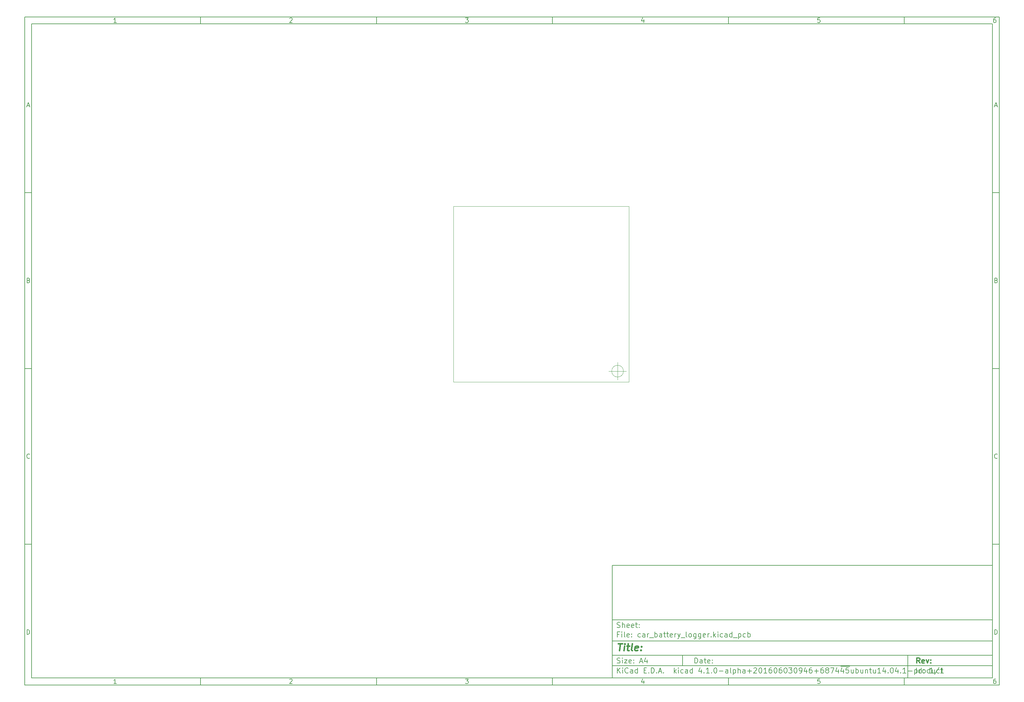
<source format=gbr>
G04 #@! TF.FileFunction,Other,User*
%FSLAX46Y46*%
G04 Gerber Fmt 4.6, Leading zero omitted, Abs format (unit mm)*
G04 Created by KiCad (PCBNEW 4.1.0-alpha+201606030946+6874~45~ubuntu14.04.1-product) date Sun Jul  3 18:53:08 2016*
%MOMM*%
%LPD*%
G01*
G04 APERTURE LIST*
%ADD10C,0.100000*%
%ADD11C,0.150000*%
%ADD12C,0.300000*%
%ADD13C,0.400000*%
G04 APERTURE END LIST*
D10*
D11*
X177002200Y-166007200D02*
X177002200Y-198007200D01*
X285002200Y-198007200D01*
X285002200Y-166007200D01*
X177002200Y-166007200D01*
D10*
D11*
X10000000Y-10000000D02*
X10000000Y-200007200D01*
X287002200Y-200007200D01*
X287002200Y-10000000D01*
X10000000Y-10000000D01*
D10*
D11*
X12000000Y-12000000D02*
X12000000Y-198007200D01*
X285002200Y-198007200D01*
X285002200Y-12000000D01*
X12000000Y-12000000D01*
D10*
D11*
X60000000Y-12000000D02*
X60000000Y-10000000D01*
D10*
D11*
X110000000Y-12000000D02*
X110000000Y-10000000D01*
D10*
D11*
X160000000Y-12000000D02*
X160000000Y-10000000D01*
D10*
D11*
X210000000Y-12000000D02*
X210000000Y-10000000D01*
D10*
D11*
X260000000Y-12000000D02*
X260000000Y-10000000D01*
D10*
D11*
X36065476Y-11588095D02*
X35322619Y-11588095D01*
X35694047Y-11588095D02*
X35694047Y-10288095D01*
X35570238Y-10473809D01*
X35446428Y-10597619D01*
X35322619Y-10659523D01*
D10*
D11*
X85322619Y-10411904D02*
X85384523Y-10350000D01*
X85508333Y-10288095D01*
X85817857Y-10288095D01*
X85941666Y-10350000D01*
X86003571Y-10411904D01*
X86065476Y-10535714D01*
X86065476Y-10659523D01*
X86003571Y-10845238D01*
X85260714Y-11588095D01*
X86065476Y-11588095D01*
D10*
D11*
X135260714Y-10288095D02*
X136065476Y-10288095D01*
X135632142Y-10783333D01*
X135817857Y-10783333D01*
X135941666Y-10845238D01*
X136003571Y-10907142D01*
X136065476Y-11030952D01*
X136065476Y-11340476D01*
X136003571Y-11464285D01*
X135941666Y-11526190D01*
X135817857Y-11588095D01*
X135446428Y-11588095D01*
X135322619Y-11526190D01*
X135260714Y-11464285D01*
D10*
D11*
X185941666Y-10721428D02*
X185941666Y-11588095D01*
X185632142Y-10226190D02*
X185322619Y-11154761D01*
X186127380Y-11154761D01*
D10*
D11*
X236003571Y-10288095D02*
X235384523Y-10288095D01*
X235322619Y-10907142D01*
X235384523Y-10845238D01*
X235508333Y-10783333D01*
X235817857Y-10783333D01*
X235941666Y-10845238D01*
X236003571Y-10907142D01*
X236065476Y-11030952D01*
X236065476Y-11340476D01*
X236003571Y-11464285D01*
X235941666Y-11526190D01*
X235817857Y-11588095D01*
X235508333Y-11588095D01*
X235384523Y-11526190D01*
X235322619Y-11464285D01*
D10*
D11*
X285941666Y-10288095D02*
X285694047Y-10288095D01*
X285570238Y-10350000D01*
X285508333Y-10411904D01*
X285384523Y-10597619D01*
X285322619Y-10845238D01*
X285322619Y-11340476D01*
X285384523Y-11464285D01*
X285446428Y-11526190D01*
X285570238Y-11588095D01*
X285817857Y-11588095D01*
X285941666Y-11526190D01*
X286003571Y-11464285D01*
X286065476Y-11340476D01*
X286065476Y-11030952D01*
X286003571Y-10907142D01*
X285941666Y-10845238D01*
X285817857Y-10783333D01*
X285570238Y-10783333D01*
X285446428Y-10845238D01*
X285384523Y-10907142D01*
X285322619Y-11030952D01*
D10*
D11*
X60000000Y-198007200D02*
X60000000Y-200007200D01*
D10*
D11*
X110000000Y-198007200D02*
X110000000Y-200007200D01*
D10*
D11*
X160000000Y-198007200D02*
X160000000Y-200007200D01*
D10*
D11*
X210000000Y-198007200D02*
X210000000Y-200007200D01*
D10*
D11*
X260000000Y-198007200D02*
X260000000Y-200007200D01*
D10*
D11*
X36065476Y-199595295D02*
X35322619Y-199595295D01*
X35694047Y-199595295D02*
X35694047Y-198295295D01*
X35570238Y-198481009D01*
X35446428Y-198604819D01*
X35322619Y-198666723D01*
D10*
D11*
X85322619Y-198419104D02*
X85384523Y-198357200D01*
X85508333Y-198295295D01*
X85817857Y-198295295D01*
X85941666Y-198357200D01*
X86003571Y-198419104D01*
X86065476Y-198542914D01*
X86065476Y-198666723D01*
X86003571Y-198852438D01*
X85260714Y-199595295D01*
X86065476Y-199595295D01*
D10*
D11*
X135260714Y-198295295D02*
X136065476Y-198295295D01*
X135632142Y-198790533D01*
X135817857Y-198790533D01*
X135941666Y-198852438D01*
X136003571Y-198914342D01*
X136065476Y-199038152D01*
X136065476Y-199347676D01*
X136003571Y-199471485D01*
X135941666Y-199533390D01*
X135817857Y-199595295D01*
X135446428Y-199595295D01*
X135322619Y-199533390D01*
X135260714Y-199471485D01*
D10*
D11*
X185941666Y-198728628D02*
X185941666Y-199595295D01*
X185632142Y-198233390D02*
X185322619Y-199161961D01*
X186127380Y-199161961D01*
D10*
D11*
X236003571Y-198295295D02*
X235384523Y-198295295D01*
X235322619Y-198914342D01*
X235384523Y-198852438D01*
X235508333Y-198790533D01*
X235817857Y-198790533D01*
X235941666Y-198852438D01*
X236003571Y-198914342D01*
X236065476Y-199038152D01*
X236065476Y-199347676D01*
X236003571Y-199471485D01*
X235941666Y-199533390D01*
X235817857Y-199595295D01*
X235508333Y-199595295D01*
X235384523Y-199533390D01*
X235322619Y-199471485D01*
D10*
D11*
X285941666Y-198295295D02*
X285694047Y-198295295D01*
X285570238Y-198357200D01*
X285508333Y-198419104D01*
X285384523Y-198604819D01*
X285322619Y-198852438D01*
X285322619Y-199347676D01*
X285384523Y-199471485D01*
X285446428Y-199533390D01*
X285570238Y-199595295D01*
X285817857Y-199595295D01*
X285941666Y-199533390D01*
X286003571Y-199471485D01*
X286065476Y-199347676D01*
X286065476Y-199038152D01*
X286003571Y-198914342D01*
X285941666Y-198852438D01*
X285817857Y-198790533D01*
X285570238Y-198790533D01*
X285446428Y-198852438D01*
X285384523Y-198914342D01*
X285322619Y-199038152D01*
D10*
D11*
X10000000Y-60000000D02*
X12000000Y-60000000D01*
D10*
D11*
X10000000Y-110000000D02*
X12000000Y-110000000D01*
D10*
D11*
X10000000Y-160000000D02*
X12000000Y-160000000D01*
D10*
D11*
X10690476Y-35216666D02*
X11309523Y-35216666D01*
X10566666Y-35588095D02*
X11000000Y-34288095D01*
X11433333Y-35588095D01*
D10*
D11*
X11092857Y-84907142D02*
X11278571Y-84969047D01*
X11340476Y-85030952D01*
X11402380Y-85154761D01*
X11402380Y-85340476D01*
X11340476Y-85464285D01*
X11278571Y-85526190D01*
X11154761Y-85588095D01*
X10659523Y-85588095D01*
X10659523Y-84288095D01*
X11092857Y-84288095D01*
X11216666Y-84350000D01*
X11278571Y-84411904D01*
X11340476Y-84535714D01*
X11340476Y-84659523D01*
X11278571Y-84783333D01*
X11216666Y-84845238D01*
X11092857Y-84907142D01*
X10659523Y-84907142D01*
D10*
D11*
X11402380Y-135464285D02*
X11340476Y-135526190D01*
X11154761Y-135588095D01*
X11030952Y-135588095D01*
X10845238Y-135526190D01*
X10721428Y-135402380D01*
X10659523Y-135278571D01*
X10597619Y-135030952D01*
X10597619Y-134845238D01*
X10659523Y-134597619D01*
X10721428Y-134473809D01*
X10845238Y-134350000D01*
X11030952Y-134288095D01*
X11154761Y-134288095D01*
X11340476Y-134350000D01*
X11402380Y-134411904D01*
D10*
D11*
X10659523Y-185588095D02*
X10659523Y-184288095D01*
X10969047Y-184288095D01*
X11154761Y-184350000D01*
X11278571Y-184473809D01*
X11340476Y-184597619D01*
X11402380Y-184845238D01*
X11402380Y-185030952D01*
X11340476Y-185278571D01*
X11278571Y-185402380D01*
X11154761Y-185526190D01*
X10969047Y-185588095D01*
X10659523Y-185588095D01*
D10*
D11*
X287002200Y-60000000D02*
X285002200Y-60000000D01*
D10*
D11*
X287002200Y-110000000D02*
X285002200Y-110000000D01*
D10*
D11*
X287002200Y-160000000D02*
X285002200Y-160000000D01*
D10*
D11*
X285692676Y-35216666D02*
X286311723Y-35216666D01*
X285568866Y-35588095D02*
X286002200Y-34288095D01*
X286435533Y-35588095D01*
D10*
D11*
X286095057Y-84907142D02*
X286280771Y-84969047D01*
X286342676Y-85030952D01*
X286404580Y-85154761D01*
X286404580Y-85340476D01*
X286342676Y-85464285D01*
X286280771Y-85526190D01*
X286156961Y-85588095D01*
X285661723Y-85588095D01*
X285661723Y-84288095D01*
X286095057Y-84288095D01*
X286218866Y-84350000D01*
X286280771Y-84411904D01*
X286342676Y-84535714D01*
X286342676Y-84659523D01*
X286280771Y-84783333D01*
X286218866Y-84845238D01*
X286095057Y-84907142D01*
X285661723Y-84907142D01*
D10*
D11*
X286404580Y-135464285D02*
X286342676Y-135526190D01*
X286156961Y-135588095D01*
X286033152Y-135588095D01*
X285847438Y-135526190D01*
X285723628Y-135402380D01*
X285661723Y-135278571D01*
X285599819Y-135030952D01*
X285599819Y-134845238D01*
X285661723Y-134597619D01*
X285723628Y-134473809D01*
X285847438Y-134350000D01*
X286033152Y-134288095D01*
X286156961Y-134288095D01*
X286342676Y-134350000D01*
X286404580Y-134411904D01*
D10*
D11*
X285661723Y-185588095D02*
X285661723Y-184288095D01*
X285971247Y-184288095D01*
X286156961Y-184350000D01*
X286280771Y-184473809D01*
X286342676Y-184597619D01*
X286404580Y-184845238D01*
X286404580Y-185030952D01*
X286342676Y-185278571D01*
X286280771Y-185402380D01*
X286156961Y-185526190D01*
X285971247Y-185588095D01*
X285661723Y-185588095D01*
D10*
D11*
X200434342Y-193785771D02*
X200434342Y-192285771D01*
X200791485Y-192285771D01*
X201005771Y-192357200D01*
X201148628Y-192500057D01*
X201220057Y-192642914D01*
X201291485Y-192928628D01*
X201291485Y-193142914D01*
X201220057Y-193428628D01*
X201148628Y-193571485D01*
X201005771Y-193714342D01*
X200791485Y-193785771D01*
X200434342Y-193785771D01*
X202577200Y-193785771D02*
X202577200Y-193000057D01*
X202505771Y-192857200D01*
X202362914Y-192785771D01*
X202077200Y-192785771D01*
X201934342Y-192857200D01*
X202577200Y-193714342D02*
X202434342Y-193785771D01*
X202077200Y-193785771D01*
X201934342Y-193714342D01*
X201862914Y-193571485D01*
X201862914Y-193428628D01*
X201934342Y-193285771D01*
X202077200Y-193214342D01*
X202434342Y-193214342D01*
X202577200Y-193142914D01*
X203077200Y-192785771D02*
X203648628Y-192785771D01*
X203291485Y-192285771D02*
X203291485Y-193571485D01*
X203362914Y-193714342D01*
X203505771Y-193785771D01*
X203648628Y-193785771D01*
X204720057Y-193714342D02*
X204577200Y-193785771D01*
X204291485Y-193785771D01*
X204148628Y-193714342D01*
X204077200Y-193571485D01*
X204077200Y-193000057D01*
X204148628Y-192857200D01*
X204291485Y-192785771D01*
X204577200Y-192785771D01*
X204720057Y-192857200D01*
X204791485Y-193000057D01*
X204791485Y-193142914D01*
X204077200Y-193285771D01*
X205434342Y-193642914D02*
X205505771Y-193714342D01*
X205434342Y-193785771D01*
X205362914Y-193714342D01*
X205434342Y-193642914D01*
X205434342Y-193785771D01*
X205434342Y-192857200D02*
X205505771Y-192928628D01*
X205434342Y-193000057D01*
X205362914Y-192928628D01*
X205434342Y-192857200D01*
X205434342Y-193000057D01*
D10*
D11*
X177002200Y-194507200D02*
X285002200Y-194507200D01*
D10*
D11*
X178434342Y-196585771D02*
X178434342Y-195085771D01*
X179291485Y-196585771D02*
X178648628Y-195728628D01*
X179291485Y-195085771D02*
X178434342Y-195942914D01*
X179934342Y-196585771D02*
X179934342Y-195585771D01*
X179934342Y-195085771D02*
X179862914Y-195157200D01*
X179934342Y-195228628D01*
X180005771Y-195157200D01*
X179934342Y-195085771D01*
X179934342Y-195228628D01*
X181505771Y-196442914D02*
X181434342Y-196514342D01*
X181220057Y-196585771D01*
X181077200Y-196585771D01*
X180862914Y-196514342D01*
X180720057Y-196371485D01*
X180648628Y-196228628D01*
X180577200Y-195942914D01*
X180577200Y-195728628D01*
X180648628Y-195442914D01*
X180720057Y-195300057D01*
X180862914Y-195157200D01*
X181077200Y-195085771D01*
X181220057Y-195085771D01*
X181434342Y-195157200D01*
X181505771Y-195228628D01*
X182791485Y-196585771D02*
X182791485Y-195800057D01*
X182720057Y-195657200D01*
X182577200Y-195585771D01*
X182291485Y-195585771D01*
X182148628Y-195657200D01*
X182791485Y-196514342D02*
X182648628Y-196585771D01*
X182291485Y-196585771D01*
X182148628Y-196514342D01*
X182077200Y-196371485D01*
X182077200Y-196228628D01*
X182148628Y-196085771D01*
X182291485Y-196014342D01*
X182648628Y-196014342D01*
X182791485Y-195942914D01*
X184148628Y-196585771D02*
X184148628Y-195085771D01*
X184148628Y-196514342D02*
X184005771Y-196585771D01*
X183720057Y-196585771D01*
X183577200Y-196514342D01*
X183505771Y-196442914D01*
X183434342Y-196300057D01*
X183434342Y-195871485D01*
X183505771Y-195728628D01*
X183577200Y-195657200D01*
X183720057Y-195585771D01*
X184005771Y-195585771D01*
X184148628Y-195657200D01*
X186005771Y-195800057D02*
X186505771Y-195800057D01*
X186720057Y-196585771D02*
X186005771Y-196585771D01*
X186005771Y-195085771D01*
X186720057Y-195085771D01*
X187362914Y-196442914D02*
X187434342Y-196514342D01*
X187362914Y-196585771D01*
X187291485Y-196514342D01*
X187362914Y-196442914D01*
X187362914Y-196585771D01*
X188077200Y-196585771D02*
X188077200Y-195085771D01*
X188434342Y-195085771D01*
X188648628Y-195157200D01*
X188791485Y-195300057D01*
X188862914Y-195442914D01*
X188934342Y-195728628D01*
X188934342Y-195942914D01*
X188862914Y-196228628D01*
X188791485Y-196371485D01*
X188648628Y-196514342D01*
X188434342Y-196585771D01*
X188077200Y-196585771D01*
X189577200Y-196442914D02*
X189648628Y-196514342D01*
X189577200Y-196585771D01*
X189505771Y-196514342D01*
X189577200Y-196442914D01*
X189577200Y-196585771D01*
X190220057Y-196157200D02*
X190934342Y-196157200D01*
X190077200Y-196585771D02*
X190577200Y-195085771D01*
X191077200Y-196585771D01*
X191577200Y-196442914D02*
X191648628Y-196514342D01*
X191577200Y-196585771D01*
X191505771Y-196514342D01*
X191577200Y-196442914D01*
X191577200Y-196585771D01*
X194577200Y-196585771D02*
X194577200Y-195085771D01*
X194720057Y-196014342D02*
X195148628Y-196585771D01*
X195148628Y-195585771D02*
X194577200Y-196157200D01*
X195791485Y-196585771D02*
X195791485Y-195585771D01*
X195791485Y-195085771D02*
X195720057Y-195157200D01*
X195791485Y-195228628D01*
X195862914Y-195157200D01*
X195791485Y-195085771D01*
X195791485Y-195228628D01*
X197148628Y-196514342D02*
X197005771Y-196585771D01*
X196720057Y-196585771D01*
X196577200Y-196514342D01*
X196505771Y-196442914D01*
X196434342Y-196300057D01*
X196434342Y-195871485D01*
X196505771Y-195728628D01*
X196577200Y-195657200D01*
X196720057Y-195585771D01*
X197005771Y-195585771D01*
X197148628Y-195657200D01*
X198434342Y-196585771D02*
X198434342Y-195800057D01*
X198362914Y-195657200D01*
X198220057Y-195585771D01*
X197934342Y-195585771D01*
X197791485Y-195657200D01*
X198434342Y-196514342D02*
X198291485Y-196585771D01*
X197934342Y-196585771D01*
X197791485Y-196514342D01*
X197720057Y-196371485D01*
X197720057Y-196228628D01*
X197791485Y-196085771D01*
X197934342Y-196014342D01*
X198291485Y-196014342D01*
X198434342Y-195942914D01*
X199791485Y-196585771D02*
X199791485Y-195085771D01*
X199791485Y-196514342D02*
X199648628Y-196585771D01*
X199362914Y-196585771D01*
X199220057Y-196514342D01*
X199148628Y-196442914D01*
X199077200Y-196300057D01*
X199077200Y-195871485D01*
X199148628Y-195728628D01*
X199220057Y-195657200D01*
X199362914Y-195585771D01*
X199648628Y-195585771D01*
X199791485Y-195657200D01*
X202291485Y-195585771D02*
X202291485Y-196585771D01*
X201934342Y-195014342D02*
X201577200Y-196085771D01*
X202505771Y-196085771D01*
X203077200Y-196442914D02*
X203148628Y-196514342D01*
X203077200Y-196585771D01*
X203005771Y-196514342D01*
X203077200Y-196442914D01*
X203077200Y-196585771D01*
X204577200Y-196585771D02*
X203720057Y-196585771D01*
X204148628Y-196585771D02*
X204148628Y-195085771D01*
X204005771Y-195300057D01*
X203862914Y-195442914D01*
X203720057Y-195514342D01*
X205220057Y-196442914D02*
X205291485Y-196514342D01*
X205220057Y-196585771D01*
X205148628Y-196514342D01*
X205220057Y-196442914D01*
X205220057Y-196585771D01*
X206220057Y-195085771D02*
X206362914Y-195085771D01*
X206505771Y-195157200D01*
X206577200Y-195228628D01*
X206648628Y-195371485D01*
X206720057Y-195657200D01*
X206720057Y-196014342D01*
X206648628Y-196300057D01*
X206577200Y-196442914D01*
X206505771Y-196514342D01*
X206362914Y-196585771D01*
X206220057Y-196585771D01*
X206077200Y-196514342D01*
X206005771Y-196442914D01*
X205934342Y-196300057D01*
X205862914Y-196014342D01*
X205862914Y-195657200D01*
X205934342Y-195371485D01*
X206005771Y-195228628D01*
X206077200Y-195157200D01*
X206220057Y-195085771D01*
X207362914Y-196014342D02*
X208505771Y-196014342D01*
X209862914Y-196585771D02*
X209862914Y-195800057D01*
X209791485Y-195657200D01*
X209648628Y-195585771D01*
X209362914Y-195585771D01*
X209220057Y-195657200D01*
X209862914Y-196514342D02*
X209720057Y-196585771D01*
X209362914Y-196585771D01*
X209220057Y-196514342D01*
X209148628Y-196371485D01*
X209148628Y-196228628D01*
X209220057Y-196085771D01*
X209362914Y-196014342D01*
X209720057Y-196014342D01*
X209862914Y-195942914D01*
X210791485Y-196585771D02*
X210648628Y-196514342D01*
X210577200Y-196371485D01*
X210577200Y-195085771D01*
X211362914Y-195585771D02*
X211362914Y-197085771D01*
X211362914Y-195657200D02*
X211505771Y-195585771D01*
X211791485Y-195585771D01*
X211934342Y-195657200D01*
X212005771Y-195728628D01*
X212077200Y-195871485D01*
X212077200Y-196300057D01*
X212005771Y-196442914D01*
X211934342Y-196514342D01*
X211791485Y-196585771D01*
X211505771Y-196585771D01*
X211362914Y-196514342D01*
X212720057Y-196585771D02*
X212720057Y-195085771D01*
X213362914Y-196585771D02*
X213362914Y-195800057D01*
X213291485Y-195657200D01*
X213148628Y-195585771D01*
X212934342Y-195585771D01*
X212791485Y-195657200D01*
X212720057Y-195728628D01*
X214720057Y-196585771D02*
X214720057Y-195800057D01*
X214648628Y-195657200D01*
X214505771Y-195585771D01*
X214220057Y-195585771D01*
X214077200Y-195657200D01*
X214720057Y-196514342D02*
X214577200Y-196585771D01*
X214220057Y-196585771D01*
X214077200Y-196514342D01*
X214005771Y-196371485D01*
X214005771Y-196228628D01*
X214077200Y-196085771D01*
X214220057Y-196014342D01*
X214577200Y-196014342D01*
X214720057Y-195942914D01*
X215434342Y-196014342D02*
X216577200Y-196014342D01*
X216005771Y-196585771D02*
X216005771Y-195442914D01*
X217220057Y-195228628D02*
X217291485Y-195157200D01*
X217434342Y-195085771D01*
X217791485Y-195085771D01*
X217934342Y-195157200D01*
X218005771Y-195228628D01*
X218077200Y-195371485D01*
X218077200Y-195514342D01*
X218005771Y-195728628D01*
X217148628Y-196585771D01*
X218077200Y-196585771D01*
X219005771Y-195085771D02*
X219148628Y-195085771D01*
X219291485Y-195157200D01*
X219362914Y-195228628D01*
X219434342Y-195371485D01*
X219505771Y-195657200D01*
X219505771Y-196014342D01*
X219434342Y-196300057D01*
X219362914Y-196442914D01*
X219291485Y-196514342D01*
X219148628Y-196585771D01*
X219005771Y-196585771D01*
X218862914Y-196514342D01*
X218791485Y-196442914D01*
X218720057Y-196300057D01*
X218648628Y-196014342D01*
X218648628Y-195657200D01*
X218720057Y-195371485D01*
X218791485Y-195228628D01*
X218862914Y-195157200D01*
X219005771Y-195085771D01*
X220934342Y-196585771D02*
X220077200Y-196585771D01*
X220505771Y-196585771D02*
X220505771Y-195085771D01*
X220362914Y-195300057D01*
X220220057Y-195442914D01*
X220077200Y-195514342D01*
X222220057Y-195085771D02*
X221934342Y-195085771D01*
X221791485Y-195157200D01*
X221720057Y-195228628D01*
X221577200Y-195442914D01*
X221505771Y-195728628D01*
X221505771Y-196300057D01*
X221577200Y-196442914D01*
X221648628Y-196514342D01*
X221791485Y-196585771D01*
X222077200Y-196585771D01*
X222220057Y-196514342D01*
X222291485Y-196442914D01*
X222362914Y-196300057D01*
X222362914Y-195942914D01*
X222291485Y-195800057D01*
X222220057Y-195728628D01*
X222077200Y-195657200D01*
X221791485Y-195657200D01*
X221648628Y-195728628D01*
X221577200Y-195800057D01*
X221505771Y-195942914D01*
X223291485Y-195085771D02*
X223434342Y-195085771D01*
X223577200Y-195157200D01*
X223648628Y-195228628D01*
X223720057Y-195371485D01*
X223791485Y-195657200D01*
X223791485Y-196014342D01*
X223720057Y-196300057D01*
X223648628Y-196442914D01*
X223577200Y-196514342D01*
X223434342Y-196585771D01*
X223291485Y-196585771D01*
X223148628Y-196514342D01*
X223077200Y-196442914D01*
X223005771Y-196300057D01*
X222934342Y-196014342D01*
X222934342Y-195657200D01*
X223005771Y-195371485D01*
X223077200Y-195228628D01*
X223148628Y-195157200D01*
X223291485Y-195085771D01*
X225077200Y-195085771D02*
X224791485Y-195085771D01*
X224648628Y-195157200D01*
X224577200Y-195228628D01*
X224434342Y-195442914D01*
X224362914Y-195728628D01*
X224362914Y-196300057D01*
X224434342Y-196442914D01*
X224505771Y-196514342D01*
X224648628Y-196585771D01*
X224934342Y-196585771D01*
X225077200Y-196514342D01*
X225148628Y-196442914D01*
X225220057Y-196300057D01*
X225220057Y-195942914D01*
X225148628Y-195800057D01*
X225077200Y-195728628D01*
X224934342Y-195657200D01*
X224648628Y-195657200D01*
X224505771Y-195728628D01*
X224434342Y-195800057D01*
X224362914Y-195942914D01*
X226148628Y-195085771D02*
X226291485Y-195085771D01*
X226434342Y-195157200D01*
X226505771Y-195228628D01*
X226577200Y-195371485D01*
X226648628Y-195657200D01*
X226648628Y-196014342D01*
X226577200Y-196300057D01*
X226505771Y-196442914D01*
X226434342Y-196514342D01*
X226291485Y-196585771D01*
X226148628Y-196585771D01*
X226005771Y-196514342D01*
X225934342Y-196442914D01*
X225862914Y-196300057D01*
X225791485Y-196014342D01*
X225791485Y-195657200D01*
X225862914Y-195371485D01*
X225934342Y-195228628D01*
X226005771Y-195157200D01*
X226148628Y-195085771D01*
X227148628Y-195085771D02*
X228077200Y-195085771D01*
X227577200Y-195657200D01*
X227791485Y-195657200D01*
X227934342Y-195728628D01*
X228005771Y-195800057D01*
X228077200Y-195942914D01*
X228077200Y-196300057D01*
X228005771Y-196442914D01*
X227934342Y-196514342D01*
X227791485Y-196585771D01*
X227362914Y-196585771D01*
X227220057Y-196514342D01*
X227148628Y-196442914D01*
X229005771Y-195085771D02*
X229148628Y-195085771D01*
X229291485Y-195157200D01*
X229362914Y-195228628D01*
X229434342Y-195371485D01*
X229505771Y-195657200D01*
X229505771Y-196014342D01*
X229434342Y-196300057D01*
X229362914Y-196442914D01*
X229291485Y-196514342D01*
X229148628Y-196585771D01*
X229005771Y-196585771D01*
X228862914Y-196514342D01*
X228791485Y-196442914D01*
X228720057Y-196300057D01*
X228648628Y-196014342D01*
X228648628Y-195657200D01*
X228720057Y-195371485D01*
X228791485Y-195228628D01*
X228862914Y-195157200D01*
X229005771Y-195085771D01*
X230220057Y-196585771D02*
X230505771Y-196585771D01*
X230648628Y-196514342D01*
X230720057Y-196442914D01*
X230862914Y-196228628D01*
X230934342Y-195942914D01*
X230934342Y-195371485D01*
X230862914Y-195228628D01*
X230791485Y-195157200D01*
X230648628Y-195085771D01*
X230362914Y-195085771D01*
X230220057Y-195157200D01*
X230148628Y-195228628D01*
X230077199Y-195371485D01*
X230077199Y-195728628D01*
X230148628Y-195871485D01*
X230220057Y-195942914D01*
X230362914Y-196014342D01*
X230648628Y-196014342D01*
X230791485Y-195942914D01*
X230862914Y-195871485D01*
X230934342Y-195728628D01*
X232220057Y-195585771D02*
X232220057Y-196585771D01*
X231862914Y-195014342D02*
X231505771Y-196085771D01*
X232434342Y-196085771D01*
X233648628Y-195085771D02*
X233362914Y-195085771D01*
X233220057Y-195157200D01*
X233148628Y-195228628D01*
X233005771Y-195442914D01*
X232934342Y-195728628D01*
X232934342Y-196300057D01*
X233005771Y-196442914D01*
X233077199Y-196514342D01*
X233220057Y-196585771D01*
X233505771Y-196585771D01*
X233648628Y-196514342D01*
X233720057Y-196442914D01*
X233791485Y-196300057D01*
X233791485Y-195942914D01*
X233720057Y-195800057D01*
X233648628Y-195728628D01*
X233505771Y-195657200D01*
X233220057Y-195657200D01*
X233077199Y-195728628D01*
X233005771Y-195800057D01*
X232934342Y-195942914D01*
X234434342Y-196014342D02*
X235577199Y-196014342D01*
X235005771Y-196585771D02*
X235005771Y-195442914D01*
X236934342Y-195085771D02*
X236648628Y-195085771D01*
X236505771Y-195157200D01*
X236434342Y-195228628D01*
X236291485Y-195442914D01*
X236220057Y-195728628D01*
X236220057Y-196300057D01*
X236291485Y-196442914D01*
X236362914Y-196514342D01*
X236505771Y-196585771D01*
X236791485Y-196585771D01*
X236934342Y-196514342D01*
X237005771Y-196442914D01*
X237077199Y-196300057D01*
X237077199Y-195942914D01*
X237005771Y-195800057D01*
X236934342Y-195728628D01*
X236791485Y-195657200D01*
X236505771Y-195657200D01*
X236362914Y-195728628D01*
X236291485Y-195800057D01*
X236220057Y-195942914D01*
X237934342Y-195728628D02*
X237791485Y-195657200D01*
X237720057Y-195585771D01*
X237648628Y-195442914D01*
X237648628Y-195371485D01*
X237720057Y-195228628D01*
X237791485Y-195157200D01*
X237934342Y-195085771D01*
X238220057Y-195085771D01*
X238362914Y-195157200D01*
X238434342Y-195228628D01*
X238505771Y-195371485D01*
X238505771Y-195442914D01*
X238434342Y-195585771D01*
X238362914Y-195657200D01*
X238220057Y-195728628D01*
X237934342Y-195728628D01*
X237791485Y-195800057D01*
X237720057Y-195871485D01*
X237648628Y-196014342D01*
X237648628Y-196300057D01*
X237720057Y-196442914D01*
X237791485Y-196514342D01*
X237934342Y-196585771D01*
X238220057Y-196585771D01*
X238362914Y-196514342D01*
X238434342Y-196442914D01*
X238505771Y-196300057D01*
X238505771Y-196014342D01*
X238434342Y-195871485D01*
X238362914Y-195800057D01*
X238220057Y-195728628D01*
X239005771Y-195085771D02*
X240005771Y-195085771D01*
X239362914Y-196585771D01*
X241220057Y-195585771D02*
X241220057Y-196585771D01*
X240862914Y-195014342D02*
X240505771Y-196085771D01*
X241434342Y-196085771D01*
X241896128Y-194677200D02*
X243077199Y-194677200D01*
X242648628Y-195585771D02*
X242648628Y-196585771D01*
X242291485Y-195014342D02*
X241934342Y-196085771D01*
X242862914Y-196085771D01*
X243077199Y-194677200D02*
X244505771Y-194677200D01*
X244148628Y-195085771D02*
X243434342Y-195085771D01*
X243362914Y-195800057D01*
X243434342Y-195728628D01*
X243577199Y-195657200D01*
X243934342Y-195657200D01*
X244077199Y-195728628D01*
X244148628Y-195800057D01*
X244220057Y-195942914D01*
X244220057Y-196300057D01*
X244148628Y-196442914D01*
X244077199Y-196514342D01*
X243934342Y-196585771D01*
X243577199Y-196585771D01*
X243434342Y-196514342D01*
X243362914Y-196442914D01*
X245505771Y-195585771D02*
X245505771Y-196585771D01*
X244862914Y-195585771D02*
X244862914Y-196371485D01*
X244934342Y-196514342D01*
X245077199Y-196585771D01*
X245291485Y-196585771D01*
X245434342Y-196514342D01*
X245505771Y-196442914D01*
X246220057Y-196585771D02*
X246220057Y-195085771D01*
X246220057Y-195657200D02*
X246362914Y-195585771D01*
X246648628Y-195585771D01*
X246791485Y-195657200D01*
X246862914Y-195728628D01*
X246934342Y-195871485D01*
X246934342Y-196300057D01*
X246862914Y-196442914D01*
X246791485Y-196514342D01*
X246648628Y-196585771D01*
X246362914Y-196585771D01*
X246220057Y-196514342D01*
X248220057Y-195585771D02*
X248220057Y-196585771D01*
X247577199Y-195585771D02*
X247577199Y-196371485D01*
X247648628Y-196514342D01*
X247791485Y-196585771D01*
X248005771Y-196585771D01*
X248148628Y-196514342D01*
X248220057Y-196442914D01*
X248934342Y-195585771D02*
X248934342Y-196585771D01*
X248934342Y-195728628D02*
X249005771Y-195657200D01*
X249148628Y-195585771D01*
X249362914Y-195585771D01*
X249505771Y-195657200D01*
X249577199Y-195800057D01*
X249577199Y-196585771D01*
X250077199Y-195585771D02*
X250648628Y-195585771D01*
X250291485Y-195085771D02*
X250291485Y-196371485D01*
X250362914Y-196514342D01*
X250505771Y-196585771D01*
X250648628Y-196585771D01*
X251791485Y-195585771D02*
X251791485Y-196585771D01*
X251148628Y-195585771D02*
X251148628Y-196371485D01*
X251220057Y-196514342D01*
X251362914Y-196585771D01*
X251577199Y-196585771D01*
X251720057Y-196514342D01*
X251791485Y-196442914D01*
X253291485Y-196585771D02*
X252434342Y-196585771D01*
X252862914Y-196585771D02*
X252862914Y-195085771D01*
X252720057Y-195300057D01*
X252577199Y-195442914D01*
X252434342Y-195514342D01*
X254577199Y-195585771D02*
X254577199Y-196585771D01*
X254220057Y-195014342D02*
X253862914Y-196085771D01*
X254791485Y-196085771D01*
X255362914Y-196442914D02*
X255434342Y-196514342D01*
X255362914Y-196585771D01*
X255291485Y-196514342D01*
X255362914Y-196442914D01*
X255362914Y-196585771D01*
X256362914Y-195085771D02*
X256505771Y-195085771D01*
X256648628Y-195157200D01*
X256720057Y-195228628D01*
X256791485Y-195371485D01*
X256862914Y-195657200D01*
X256862914Y-196014342D01*
X256791485Y-196300057D01*
X256720057Y-196442914D01*
X256648628Y-196514342D01*
X256505771Y-196585771D01*
X256362914Y-196585771D01*
X256220057Y-196514342D01*
X256148628Y-196442914D01*
X256077199Y-196300057D01*
X256005771Y-196014342D01*
X256005771Y-195657200D01*
X256077199Y-195371485D01*
X256148628Y-195228628D01*
X256220057Y-195157200D01*
X256362914Y-195085771D01*
X258148628Y-195585771D02*
X258148628Y-196585771D01*
X257791485Y-195014342D02*
X257434342Y-196085771D01*
X258362914Y-196085771D01*
X258934342Y-196442914D02*
X259005771Y-196514342D01*
X258934342Y-196585771D01*
X258862914Y-196514342D01*
X258934342Y-196442914D01*
X258934342Y-196585771D01*
X260434342Y-196585771D02*
X259577199Y-196585771D01*
X260005771Y-196585771D02*
X260005771Y-195085771D01*
X259862914Y-195300057D01*
X259720057Y-195442914D01*
X259577199Y-195514342D01*
X261077199Y-196014342D02*
X262220057Y-196014342D01*
X262934342Y-195585771D02*
X262934342Y-197085771D01*
X262934342Y-195657200D02*
X263077199Y-195585771D01*
X263362914Y-195585771D01*
X263505771Y-195657200D01*
X263577199Y-195728628D01*
X263648628Y-195871485D01*
X263648628Y-196300057D01*
X263577199Y-196442914D01*
X263505771Y-196514342D01*
X263362914Y-196585771D01*
X263077199Y-196585771D01*
X262934342Y-196514342D01*
X264291485Y-196585771D02*
X264291485Y-195585771D01*
X264291485Y-195871485D02*
X264362914Y-195728628D01*
X264434342Y-195657200D01*
X264577199Y-195585771D01*
X264720057Y-195585771D01*
X265434342Y-196585771D02*
X265291485Y-196514342D01*
X265220057Y-196442914D01*
X265148628Y-196300057D01*
X265148628Y-195871485D01*
X265220057Y-195728628D01*
X265291485Y-195657200D01*
X265434342Y-195585771D01*
X265648628Y-195585771D01*
X265791485Y-195657200D01*
X265862914Y-195728628D01*
X265934342Y-195871485D01*
X265934342Y-196300057D01*
X265862914Y-196442914D01*
X265791485Y-196514342D01*
X265648628Y-196585771D01*
X265434342Y-196585771D01*
X267220057Y-196585771D02*
X267220057Y-195085771D01*
X267220057Y-196514342D02*
X267077199Y-196585771D01*
X266791485Y-196585771D01*
X266648628Y-196514342D01*
X266577199Y-196442914D01*
X266505771Y-196300057D01*
X266505771Y-195871485D01*
X266577199Y-195728628D01*
X266648628Y-195657200D01*
X266791485Y-195585771D01*
X267077199Y-195585771D01*
X267220057Y-195657200D01*
X268577199Y-195585771D02*
X268577199Y-196585771D01*
X267934342Y-195585771D02*
X267934342Y-196371485D01*
X268005771Y-196514342D01*
X268148628Y-196585771D01*
X268362914Y-196585771D01*
X268505771Y-196514342D01*
X268577199Y-196442914D01*
X269934342Y-196514342D02*
X269791485Y-196585771D01*
X269505771Y-196585771D01*
X269362914Y-196514342D01*
X269291485Y-196442914D01*
X269220057Y-196300057D01*
X269220057Y-195871485D01*
X269291485Y-195728628D01*
X269362914Y-195657200D01*
X269505771Y-195585771D01*
X269791485Y-195585771D01*
X269934342Y-195657200D01*
X270362914Y-195585771D02*
X270934342Y-195585771D01*
X270577199Y-195085771D02*
X270577199Y-196371485D01*
X270648628Y-196514342D01*
X270791485Y-196585771D01*
X270934342Y-196585771D01*
D10*
D11*
X177002200Y-191507200D02*
X285002200Y-191507200D01*
D10*
D12*
X264411485Y-193785771D02*
X263911485Y-193071485D01*
X263554342Y-193785771D02*
X263554342Y-192285771D01*
X264125771Y-192285771D01*
X264268628Y-192357200D01*
X264340057Y-192428628D01*
X264411485Y-192571485D01*
X264411485Y-192785771D01*
X264340057Y-192928628D01*
X264268628Y-193000057D01*
X264125771Y-193071485D01*
X263554342Y-193071485D01*
X265625771Y-193714342D02*
X265482914Y-193785771D01*
X265197200Y-193785771D01*
X265054342Y-193714342D01*
X264982914Y-193571485D01*
X264982914Y-193000057D01*
X265054342Y-192857200D01*
X265197200Y-192785771D01*
X265482914Y-192785771D01*
X265625771Y-192857200D01*
X265697200Y-193000057D01*
X265697200Y-193142914D01*
X264982914Y-193285771D01*
X266197200Y-192785771D02*
X266554342Y-193785771D01*
X266911485Y-192785771D01*
X267482914Y-193642914D02*
X267554342Y-193714342D01*
X267482914Y-193785771D01*
X267411485Y-193714342D01*
X267482914Y-193642914D01*
X267482914Y-193785771D01*
X267482914Y-192857200D02*
X267554342Y-192928628D01*
X267482914Y-193000057D01*
X267411485Y-192928628D01*
X267482914Y-192857200D01*
X267482914Y-193000057D01*
D10*
D11*
X178362914Y-193714342D02*
X178577200Y-193785771D01*
X178934342Y-193785771D01*
X179077200Y-193714342D01*
X179148628Y-193642914D01*
X179220057Y-193500057D01*
X179220057Y-193357200D01*
X179148628Y-193214342D01*
X179077200Y-193142914D01*
X178934342Y-193071485D01*
X178648628Y-193000057D01*
X178505771Y-192928628D01*
X178434342Y-192857200D01*
X178362914Y-192714342D01*
X178362914Y-192571485D01*
X178434342Y-192428628D01*
X178505771Y-192357200D01*
X178648628Y-192285771D01*
X179005771Y-192285771D01*
X179220057Y-192357200D01*
X179862914Y-193785771D02*
X179862914Y-192785771D01*
X179862914Y-192285771D02*
X179791485Y-192357200D01*
X179862914Y-192428628D01*
X179934342Y-192357200D01*
X179862914Y-192285771D01*
X179862914Y-192428628D01*
X180434342Y-192785771D02*
X181220057Y-192785771D01*
X180434342Y-193785771D01*
X181220057Y-193785771D01*
X182362914Y-193714342D02*
X182220057Y-193785771D01*
X181934342Y-193785771D01*
X181791485Y-193714342D01*
X181720057Y-193571485D01*
X181720057Y-193000057D01*
X181791485Y-192857200D01*
X181934342Y-192785771D01*
X182220057Y-192785771D01*
X182362914Y-192857200D01*
X182434342Y-193000057D01*
X182434342Y-193142914D01*
X181720057Y-193285771D01*
X183077200Y-193642914D02*
X183148628Y-193714342D01*
X183077200Y-193785771D01*
X183005771Y-193714342D01*
X183077200Y-193642914D01*
X183077200Y-193785771D01*
X183077200Y-192857200D02*
X183148628Y-192928628D01*
X183077200Y-193000057D01*
X183005771Y-192928628D01*
X183077200Y-192857200D01*
X183077200Y-193000057D01*
X184862914Y-193357200D02*
X185577200Y-193357200D01*
X184720057Y-193785771D02*
X185220057Y-192285771D01*
X185720057Y-193785771D01*
X186862914Y-192785771D02*
X186862914Y-193785771D01*
X186505771Y-192214342D02*
X186148628Y-193285771D01*
X187077200Y-193285771D01*
D10*
D11*
X263434342Y-196585771D02*
X263434342Y-195085771D01*
X264791485Y-196585771D02*
X264791485Y-195085771D01*
X264791485Y-196514342D02*
X264648628Y-196585771D01*
X264362914Y-196585771D01*
X264220057Y-196514342D01*
X264148628Y-196442914D01*
X264077200Y-196300057D01*
X264077200Y-195871485D01*
X264148628Y-195728628D01*
X264220057Y-195657200D01*
X264362914Y-195585771D01*
X264648628Y-195585771D01*
X264791485Y-195657200D01*
X265505771Y-196442914D02*
X265577200Y-196514342D01*
X265505771Y-196585771D01*
X265434342Y-196514342D01*
X265505771Y-196442914D01*
X265505771Y-196585771D01*
X265505771Y-195657200D02*
X265577200Y-195728628D01*
X265505771Y-195800057D01*
X265434342Y-195728628D01*
X265505771Y-195657200D01*
X265505771Y-195800057D01*
X268148628Y-196585771D02*
X267291485Y-196585771D01*
X267720057Y-196585771D02*
X267720057Y-195085771D01*
X267577200Y-195300057D01*
X267434342Y-195442914D01*
X267291485Y-195514342D01*
X269862914Y-195014342D02*
X268577200Y-196942914D01*
X271148628Y-196585771D02*
X270291485Y-196585771D01*
X270720057Y-196585771D02*
X270720057Y-195085771D01*
X270577200Y-195300057D01*
X270434342Y-195442914D01*
X270291485Y-195514342D01*
D10*
D11*
X177002200Y-187507200D02*
X285002200Y-187507200D01*
D10*
D13*
X178714580Y-188211961D02*
X179857438Y-188211961D01*
X179036009Y-190211961D02*
X179286009Y-188211961D01*
X180274104Y-190211961D02*
X180440771Y-188878628D01*
X180524104Y-188211961D02*
X180416961Y-188307200D01*
X180500295Y-188402438D01*
X180607438Y-188307200D01*
X180524104Y-188211961D01*
X180500295Y-188402438D01*
X181107438Y-188878628D02*
X181869342Y-188878628D01*
X181476485Y-188211961D02*
X181262200Y-189926247D01*
X181333628Y-190116723D01*
X181512200Y-190211961D01*
X181702676Y-190211961D01*
X182655057Y-190211961D02*
X182476485Y-190116723D01*
X182405057Y-189926247D01*
X182619342Y-188211961D01*
X184190771Y-190116723D02*
X183988390Y-190211961D01*
X183607438Y-190211961D01*
X183428866Y-190116723D01*
X183357438Y-189926247D01*
X183452676Y-189164342D01*
X183571723Y-188973866D01*
X183774104Y-188878628D01*
X184155057Y-188878628D01*
X184333628Y-188973866D01*
X184405057Y-189164342D01*
X184381247Y-189354819D01*
X183405057Y-189545295D01*
X185155057Y-190021485D02*
X185238390Y-190116723D01*
X185131247Y-190211961D01*
X185047914Y-190116723D01*
X185155057Y-190021485D01*
X185131247Y-190211961D01*
X185286009Y-188973866D02*
X185369342Y-189069104D01*
X185262200Y-189164342D01*
X185178866Y-189069104D01*
X185286009Y-188973866D01*
X185262200Y-189164342D01*
D10*
D11*
X178934342Y-185600057D02*
X178434342Y-185600057D01*
X178434342Y-186385771D02*
X178434342Y-184885771D01*
X179148628Y-184885771D01*
X179720057Y-186385771D02*
X179720057Y-185385771D01*
X179720057Y-184885771D02*
X179648628Y-184957200D01*
X179720057Y-185028628D01*
X179791485Y-184957200D01*
X179720057Y-184885771D01*
X179720057Y-185028628D01*
X180648628Y-186385771D02*
X180505771Y-186314342D01*
X180434342Y-186171485D01*
X180434342Y-184885771D01*
X181791485Y-186314342D02*
X181648628Y-186385771D01*
X181362914Y-186385771D01*
X181220057Y-186314342D01*
X181148628Y-186171485D01*
X181148628Y-185600057D01*
X181220057Y-185457200D01*
X181362914Y-185385771D01*
X181648628Y-185385771D01*
X181791485Y-185457200D01*
X181862914Y-185600057D01*
X181862914Y-185742914D01*
X181148628Y-185885771D01*
X182505771Y-186242914D02*
X182577200Y-186314342D01*
X182505771Y-186385771D01*
X182434342Y-186314342D01*
X182505771Y-186242914D01*
X182505771Y-186385771D01*
X182505771Y-185457200D02*
X182577200Y-185528628D01*
X182505771Y-185600057D01*
X182434342Y-185528628D01*
X182505771Y-185457200D01*
X182505771Y-185600057D01*
X185005771Y-186314342D02*
X184862914Y-186385771D01*
X184577200Y-186385771D01*
X184434342Y-186314342D01*
X184362914Y-186242914D01*
X184291485Y-186100057D01*
X184291485Y-185671485D01*
X184362914Y-185528628D01*
X184434342Y-185457200D01*
X184577200Y-185385771D01*
X184862914Y-185385771D01*
X185005771Y-185457200D01*
X186291485Y-186385771D02*
X186291485Y-185600057D01*
X186220057Y-185457200D01*
X186077200Y-185385771D01*
X185791485Y-185385771D01*
X185648628Y-185457200D01*
X186291485Y-186314342D02*
X186148628Y-186385771D01*
X185791485Y-186385771D01*
X185648628Y-186314342D01*
X185577200Y-186171485D01*
X185577200Y-186028628D01*
X185648628Y-185885771D01*
X185791485Y-185814342D01*
X186148628Y-185814342D01*
X186291485Y-185742914D01*
X187005771Y-186385771D02*
X187005771Y-185385771D01*
X187005771Y-185671485D02*
X187077200Y-185528628D01*
X187148628Y-185457200D01*
X187291485Y-185385771D01*
X187434342Y-185385771D01*
X187577200Y-186528628D02*
X188720057Y-186528628D01*
X189077200Y-186385771D02*
X189077200Y-184885771D01*
X189077200Y-185457200D02*
X189220057Y-185385771D01*
X189505771Y-185385771D01*
X189648628Y-185457200D01*
X189720057Y-185528628D01*
X189791485Y-185671485D01*
X189791485Y-186100057D01*
X189720057Y-186242914D01*
X189648628Y-186314342D01*
X189505771Y-186385771D01*
X189220057Y-186385771D01*
X189077200Y-186314342D01*
X191077200Y-186385771D02*
X191077200Y-185600057D01*
X191005771Y-185457200D01*
X190862914Y-185385771D01*
X190577200Y-185385771D01*
X190434342Y-185457200D01*
X191077200Y-186314342D02*
X190934342Y-186385771D01*
X190577200Y-186385771D01*
X190434342Y-186314342D01*
X190362914Y-186171485D01*
X190362914Y-186028628D01*
X190434342Y-185885771D01*
X190577200Y-185814342D01*
X190934342Y-185814342D01*
X191077200Y-185742914D01*
X191577200Y-185385771D02*
X192148628Y-185385771D01*
X191791485Y-184885771D02*
X191791485Y-186171485D01*
X191862914Y-186314342D01*
X192005771Y-186385771D01*
X192148628Y-186385771D01*
X192434342Y-185385771D02*
X193005771Y-185385771D01*
X192648628Y-184885771D02*
X192648628Y-186171485D01*
X192720057Y-186314342D01*
X192862914Y-186385771D01*
X193005771Y-186385771D01*
X194077200Y-186314342D02*
X193934342Y-186385771D01*
X193648628Y-186385771D01*
X193505771Y-186314342D01*
X193434342Y-186171485D01*
X193434342Y-185600057D01*
X193505771Y-185457200D01*
X193648628Y-185385771D01*
X193934342Y-185385771D01*
X194077200Y-185457200D01*
X194148628Y-185600057D01*
X194148628Y-185742914D01*
X193434342Y-185885771D01*
X194791485Y-186385771D02*
X194791485Y-185385771D01*
X194791485Y-185671485D02*
X194862914Y-185528628D01*
X194934342Y-185457200D01*
X195077200Y-185385771D01*
X195220057Y-185385771D01*
X195577200Y-185385771D02*
X195934342Y-186385771D01*
X196291485Y-185385771D02*
X195934342Y-186385771D01*
X195791485Y-186742914D01*
X195720057Y-186814342D01*
X195577200Y-186885771D01*
X196505771Y-186528628D02*
X197648628Y-186528628D01*
X198220057Y-186385771D02*
X198077200Y-186314342D01*
X198005771Y-186171485D01*
X198005771Y-184885771D01*
X199005771Y-186385771D02*
X198862914Y-186314342D01*
X198791485Y-186242914D01*
X198720057Y-186100057D01*
X198720057Y-185671485D01*
X198791485Y-185528628D01*
X198862914Y-185457200D01*
X199005771Y-185385771D01*
X199220057Y-185385771D01*
X199362914Y-185457200D01*
X199434342Y-185528628D01*
X199505771Y-185671485D01*
X199505771Y-186100057D01*
X199434342Y-186242914D01*
X199362914Y-186314342D01*
X199220057Y-186385771D01*
X199005771Y-186385771D01*
X200791485Y-185385771D02*
X200791485Y-186600057D01*
X200720057Y-186742914D01*
X200648628Y-186814342D01*
X200505771Y-186885771D01*
X200291485Y-186885771D01*
X200148628Y-186814342D01*
X200791485Y-186314342D02*
X200648628Y-186385771D01*
X200362914Y-186385771D01*
X200220057Y-186314342D01*
X200148628Y-186242914D01*
X200077200Y-186100057D01*
X200077200Y-185671485D01*
X200148628Y-185528628D01*
X200220057Y-185457200D01*
X200362914Y-185385771D01*
X200648628Y-185385771D01*
X200791485Y-185457200D01*
X202148628Y-185385771D02*
X202148628Y-186600057D01*
X202077200Y-186742914D01*
X202005771Y-186814342D01*
X201862914Y-186885771D01*
X201648628Y-186885771D01*
X201505771Y-186814342D01*
X202148628Y-186314342D02*
X202005771Y-186385771D01*
X201720057Y-186385771D01*
X201577200Y-186314342D01*
X201505771Y-186242914D01*
X201434342Y-186100057D01*
X201434342Y-185671485D01*
X201505771Y-185528628D01*
X201577200Y-185457200D01*
X201720057Y-185385771D01*
X202005771Y-185385771D01*
X202148628Y-185457200D01*
X203434342Y-186314342D02*
X203291485Y-186385771D01*
X203005771Y-186385771D01*
X202862914Y-186314342D01*
X202791485Y-186171485D01*
X202791485Y-185600057D01*
X202862914Y-185457200D01*
X203005771Y-185385771D01*
X203291485Y-185385771D01*
X203434342Y-185457200D01*
X203505771Y-185600057D01*
X203505771Y-185742914D01*
X202791485Y-185885771D01*
X204148628Y-186385771D02*
X204148628Y-185385771D01*
X204148628Y-185671485D02*
X204220057Y-185528628D01*
X204291485Y-185457200D01*
X204434342Y-185385771D01*
X204577200Y-185385771D01*
X205077200Y-186242914D02*
X205148628Y-186314342D01*
X205077200Y-186385771D01*
X205005771Y-186314342D01*
X205077200Y-186242914D01*
X205077200Y-186385771D01*
X205791485Y-186385771D02*
X205791485Y-184885771D01*
X205934342Y-185814342D02*
X206362914Y-186385771D01*
X206362914Y-185385771D02*
X205791485Y-185957200D01*
X207005771Y-186385771D02*
X207005771Y-185385771D01*
X207005771Y-184885771D02*
X206934342Y-184957200D01*
X207005771Y-185028628D01*
X207077200Y-184957200D01*
X207005771Y-184885771D01*
X207005771Y-185028628D01*
X208362914Y-186314342D02*
X208220057Y-186385771D01*
X207934342Y-186385771D01*
X207791485Y-186314342D01*
X207720057Y-186242914D01*
X207648628Y-186100057D01*
X207648628Y-185671485D01*
X207720057Y-185528628D01*
X207791485Y-185457200D01*
X207934342Y-185385771D01*
X208220057Y-185385771D01*
X208362914Y-185457200D01*
X209648628Y-186385771D02*
X209648628Y-185600057D01*
X209577200Y-185457200D01*
X209434342Y-185385771D01*
X209148628Y-185385771D01*
X209005771Y-185457200D01*
X209648628Y-186314342D02*
X209505771Y-186385771D01*
X209148628Y-186385771D01*
X209005771Y-186314342D01*
X208934342Y-186171485D01*
X208934342Y-186028628D01*
X209005771Y-185885771D01*
X209148628Y-185814342D01*
X209505771Y-185814342D01*
X209648628Y-185742914D01*
X211005771Y-186385771D02*
X211005771Y-184885771D01*
X211005771Y-186314342D02*
X210862914Y-186385771D01*
X210577200Y-186385771D01*
X210434342Y-186314342D01*
X210362914Y-186242914D01*
X210291485Y-186100057D01*
X210291485Y-185671485D01*
X210362914Y-185528628D01*
X210434342Y-185457200D01*
X210577200Y-185385771D01*
X210862914Y-185385771D01*
X211005771Y-185457200D01*
X211362914Y-186528628D02*
X212505771Y-186528628D01*
X212862914Y-185385771D02*
X212862914Y-186885771D01*
X212862914Y-185457200D02*
X213005771Y-185385771D01*
X213291485Y-185385771D01*
X213434342Y-185457200D01*
X213505771Y-185528628D01*
X213577200Y-185671485D01*
X213577200Y-186100057D01*
X213505771Y-186242914D01*
X213434342Y-186314342D01*
X213291485Y-186385771D01*
X213005771Y-186385771D01*
X212862914Y-186314342D01*
X214862914Y-186314342D02*
X214720057Y-186385771D01*
X214434342Y-186385771D01*
X214291485Y-186314342D01*
X214220057Y-186242914D01*
X214148628Y-186100057D01*
X214148628Y-185671485D01*
X214220057Y-185528628D01*
X214291485Y-185457200D01*
X214434342Y-185385771D01*
X214720057Y-185385771D01*
X214862914Y-185457200D01*
X215505771Y-186385771D02*
X215505771Y-184885771D01*
X215505771Y-185457200D02*
X215648628Y-185385771D01*
X215934342Y-185385771D01*
X216077200Y-185457200D01*
X216148628Y-185528628D01*
X216220057Y-185671485D01*
X216220057Y-186100057D01*
X216148628Y-186242914D01*
X216077200Y-186314342D01*
X215934342Y-186385771D01*
X215648628Y-186385771D01*
X215505771Y-186314342D01*
D10*
D11*
X177002200Y-181507200D02*
X285002200Y-181507200D01*
D10*
D11*
X178362914Y-183614342D02*
X178577200Y-183685771D01*
X178934342Y-183685771D01*
X179077200Y-183614342D01*
X179148628Y-183542914D01*
X179220057Y-183400057D01*
X179220057Y-183257200D01*
X179148628Y-183114342D01*
X179077200Y-183042914D01*
X178934342Y-182971485D01*
X178648628Y-182900057D01*
X178505771Y-182828628D01*
X178434342Y-182757200D01*
X178362914Y-182614342D01*
X178362914Y-182471485D01*
X178434342Y-182328628D01*
X178505771Y-182257200D01*
X178648628Y-182185771D01*
X179005771Y-182185771D01*
X179220057Y-182257200D01*
X179862914Y-183685771D02*
X179862914Y-182185771D01*
X180505771Y-183685771D02*
X180505771Y-182900057D01*
X180434342Y-182757200D01*
X180291485Y-182685771D01*
X180077200Y-182685771D01*
X179934342Y-182757200D01*
X179862914Y-182828628D01*
X181791485Y-183614342D02*
X181648628Y-183685771D01*
X181362914Y-183685771D01*
X181220057Y-183614342D01*
X181148628Y-183471485D01*
X181148628Y-182900057D01*
X181220057Y-182757200D01*
X181362914Y-182685771D01*
X181648628Y-182685771D01*
X181791485Y-182757200D01*
X181862914Y-182900057D01*
X181862914Y-183042914D01*
X181148628Y-183185771D01*
X183077200Y-183614342D02*
X182934342Y-183685771D01*
X182648628Y-183685771D01*
X182505771Y-183614342D01*
X182434342Y-183471485D01*
X182434342Y-182900057D01*
X182505771Y-182757200D01*
X182648628Y-182685771D01*
X182934342Y-182685771D01*
X183077200Y-182757200D01*
X183148628Y-182900057D01*
X183148628Y-183042914D01*
X182434342Y-183185771D01*
X183577200Y-182685771D02*
X184148628Y-182685771D01*
X183791485Y-182185771D02*
X183791485Y-183471485D01*
X183862914Y-183614342D01*
X184005771Y-183685771D01*
X184148628Y-183685771D01*
X184648628Y-183542914D02*
X184720057Y-183614342D01*
X184648628Y-183685771D01*
X184577200Y-183614342D01*
X184648628Y-183542914D01*
X184648628Y-183685771D01*
X184648628Y-182757200D02*
X184720057Y-182828628D01*
X184648628Y-182900057D01*
X184577200Y-182828628D01*
X184648628Y-182757200D01*
X184648628Y-182900057D01*
D10*
D11*
X197002200Y-191507200D02*
X197002200Y-194507200D01*
D10*
D11*
X261002200Y-191507200D02*
X261002200Y-198007200D01*
D10*
X131826000Y-113792000D02*
X131826000Y-63881000D01*
X181737000Y-113792000D02*
X131826000Y-113792000D01*
X181737000Y-63881000D02*
X181737000Y-113792000D01*
X131826000Y-63881000D02*
X181737000Y-63881000D01*
X180165166Y-110744000D02*
G75*
G03X180165166Y-110744000I-1666666J0D01*
G01*
X175998500Y-110744000D02*
X180998500Y-110744000D01*
X178498500Y-108244000D02*
X178498500Y-113244000D01*
X131826000Y-63881000D02*
X131826000Y-113792000D01*
X181737000Y-63881000D02*
X131826000Y-63881000D01*
X181737000Y-113792000D02*
X181737000Y-63881000D01*
X131826000Y-113792000D02*
X181737000Y-113792000D01*
M02*

</source>
